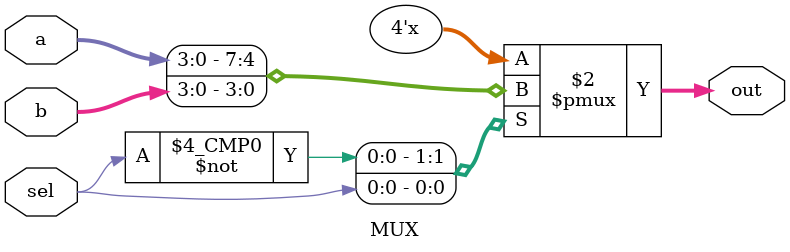
<source format=v>
`timescale 1ns / 1ps
module MUX (out,a,b,sel);
	input [3:0] a,b;
	input sel;
	output reg[3:0] out;
	
	always @(a or b or sel) begin
		case (sel) 
			1'b0: out = a;
			1'b1: out = b;
			default: out = 4'bz;
		endcase
		end
endmodule 


</source>
